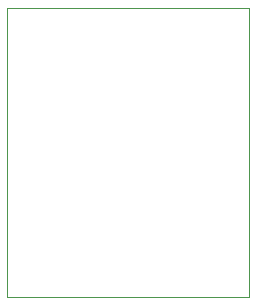
<source format=gbr>
G04 (created by PCBNEW (22-Jun-2014 BZR 4027)-stable) date Sun 21 Feb 2016 08:37:06 PM EET*
%MOIN*%
G04 Gerber Fmt 3.4, Leading zero omitted, Abs format*
%FSLAX34Y34*%
G01*
G70*
G90*
G04 APERTURE LIST*
%ADD10C,0.00590551*%
%ADD11C,0.00393701*%
G04 APERTURE END LIST*
G54D10*
G54D11*
X69881Y-38779D02*
X61811Y-38779D01*
X69881Y-48425D02*
X69881Y-38779D01*
X61811Y-48425D02*
X69881Y-48425D01*
X61811Y-38779D02*
X61811Y-48425D01*
M02*

</source>
